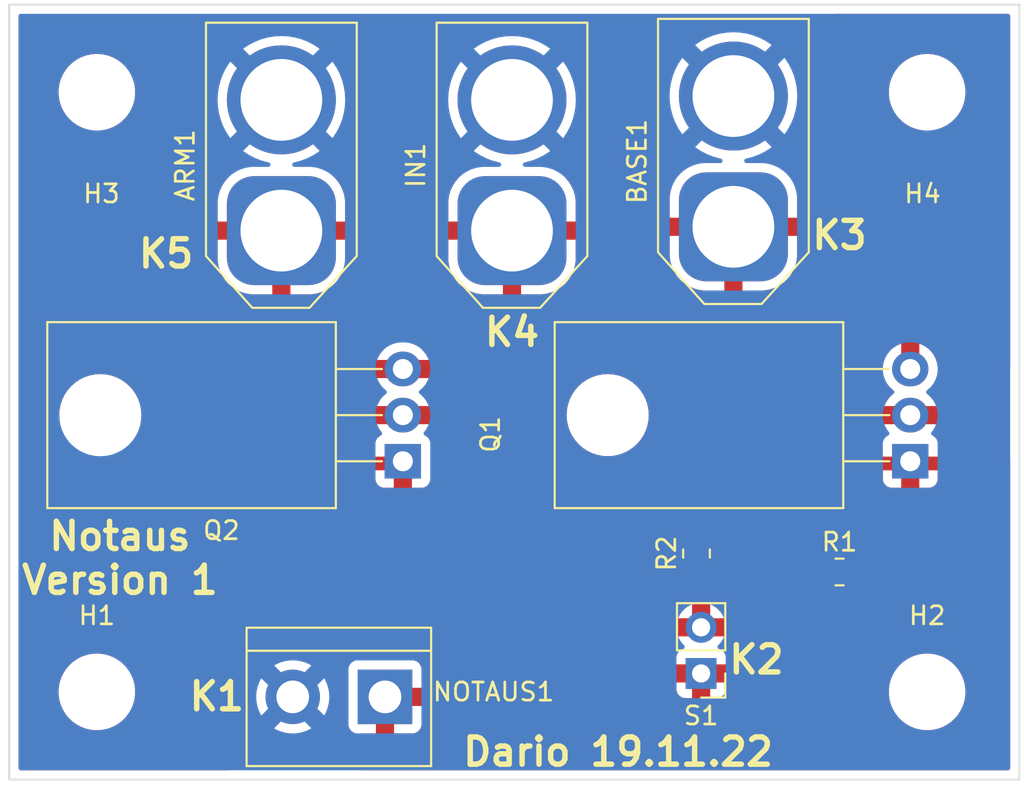
<source format=kicad_pcb>
(kicad_pcb (version 20211014) (generator pcbnew)
  (layers (0 "F.Cu" signal) (31 "B.Cu" signal) (34 "B.Paste" user) (35 "F.Paste" user) (36 "B.SilkS" user "B.Silkscreen") (37 "F.SilkS" user "F.Silkscreen") (38 "B.Mask" user) (39 "F.Mask" user) (44 "Edge.Cuts" user))
  (net 0 "")
  (net 1 "Net-(ARM1-Pad1)")
  (net 2 "GND")
  (net 3 "Net-(BASE1-Pad1)")
  (net 4 "Net-(IN1-Pad1)")
  (net 5 "Net-(NOTAUS1-Pad1)")
  (net 6 "Net-(Q2-Pad1)")
  (footprint "Package_TO_SOT_THT:TO-220-3_Horizontal_TabDown" (layer "F.Cu") (at 184.49 50.8 90)
    (fp_text reference "Q1" (at 1.48 -23.12 90) (layer "F.SilkS"))
    (fp_text value "Q_PMOS_GDS")
    (fp_line (start -2.58 -19.58) (end 7.66 -19.58) (layer "F.SilkS") (width 0.12))
    (fp_line (start 7.66 -19.58) (end 7.66 -3.69) (layer "F.SilkS") (width 0.12))
    (fp_line (start -2.58 -3.69) (end 7.66 -3.69) (layer "F.SilkS") (width 0.12))
    (fp_line (start 0 -3.69) (end 0 -1.15) (layer "F.SilkS") (width 0.12))
    (fp_line (start -2.58 -19.58) (end -2.58 -3.69) (layer "F.SilkS") (width 0.12))
    (fp_line (start 2.54 -3.69) (end 2.54 -1.15) (layer "F.SilkS") (width 0.12))
    (fp_line (start 5.08 -3.69) (end 5.08 -1.15) (layer "F.SilkS") (width 0.12))
    (pad "" np_thru_hole oval (at 2.54 -16.66 90) (size 3.5 3.5) (drill 3.5) (layers *.Cu *.Mask))
    (pad "1" thru_hole rect (at 0 0 90) (size 1.905 2) (drill 1.1) (layers *.Cu *.Mask) (net 5 "Net-(NOTAUS1-Pad1)"))
    (pad "2" thru_hole oval (at 2.54 0 90) (size 1.905 2) (drill 1.1) (layers *.Cu *.Mask) (net 4 "Net-(IN1-Pad1)"))
    (pad "3" thru_hole oval (at 5.08 0 90) (size 1.905 2) (drill 1.1) (layers *.Cu *.Mask) (net 3 "Net-(BASE1-Pad1)"))
  )
  (footprint "Connector_AMASS:AMASS_XT60-F_1x02_P7.20mm_Vertical" (layer "F.Cu") (at 174.752 37.89 90)
    (fp_text reference "BASE1" (at 3.6 -5.3 90) (layer "F.SilkS"))
    (fp_text value "Conn_01x02_Female")
    (fp_line (start -1.4 4.15) (end 11.45 4.15) (layer "F.SilkS") (width 0.12))
    (fp_line (start -1.4 -4.15) (end -4.25 -1.6) (layer "F.SilkS") (width 0.12))
    (fp_line (start -4.25 -1.6) (end -4.25 1.55) (layer "F.SilkS") (width 0.12))
    (fp_line (start 11.45 -4.15) (end -1.4 -4.15) (layer "F.SilkS") (width 0.12))
    (fp_line (start -4.25 1.55) (end -1.4 4.15) (layer "F.SilkS") (width 0.12))
    (fp_line (start 11.45 4.15) (end 11.45 -4.15) (layer "F.SilkS") (width 0.12))
    (pad "1" thru_hole roundrect (at 0 0 90) (size 6 6) (drill 4.5) (layers *.Cu *.Mask) (net 3 "Net-(BASE1-Pad1)"))
    (pad "2" thru_hole circle (at 7.2 0 90) (size 6 6) (drill 4.5) (layers *.Cu *.Mask) (net 2 "GND"))
  )
  (footprint "Connector_AMASS:AMASS_XT60-M_1x02_P7.20mm_Vertical" (layer "F.Cu") (at 162.56 38.1 90)
    (fp_text reference "IN1" (at 3.6 -5.3 90) (layer "F.SilkS"))
    (fp_text value "Conn_01x02_Female")
    (fp_line (start -4.25 -1.6) (end -4.25 1.55) (layer "F.SilkS") (width 0.12))
    (fp_line (start -4.25 1.55) (end -1.4 4.15) (layer "F.SilkS") (width 0.12))
    (fp_line (start 11.45 -4.15) (end -1.4 -4.15) (layer "F.SilkS") (width 0.12))
    (fp_line (start 11.45 4.15) (end 11.45 -4.15) (layer "F.SilkS") (width 0.12))
    (fp_line (start -1.4 -4.15) (end -4.25 -1.6) (layer "F.SilkS") (width 0.12))
    (fp_line (start -1.4 4.15) (end 11.45 4.15) (layer "F.SilkS") (width 0.12))
    (pad "1" thru_hole roundrect (at 0 0 90) (size 6 6) (drill 4.5) (layers *.Cu *.Mask) (net 4 "Net-(IN1-Pad1)"))
    (pad "2" thru_hole circle (at 7.2 0 90) (size 6 6) (drill 4.5) (layers *.Cu *.Mask) (net 2 "GND"))
  )
  (footprint "Resistor_SMD:R_0805_2012Metric_Pad1.20x1.40mm_HandSolder" (layer "F.Cu") (at 172.72 55.88 90)
    (fp_text reference "R2" (at 0 -1.65 90) (layer "F.SilkS"))
    (fp_text value "4k7")
    (fp_line (start -0.227064 -0.735) (end 0.227064 -0.735) (layer "F.SilkS") (width 0.12))
    (fp_line (start -0.227064 0.735) (end 0.227064 0.735) (layer "F.SilkS") (width 0.12))
    (pad "1" smd roundrect (at -1 0 90) (size 1.2 1.4) (layers "F.Cu" "F.Paste" "F.Mask") (roundrect_rratio 0.2083333333) (net 6 "Net-(Q2-Pad1)"))
    (pad "2" smd roundrect (at 1 0 90) (size 1.2 1.4) (layers "F.Cu" "F.Paste" "F.Mask") (roundrect_rratio 0.2083333333) (net 4 "Net-(IN1-Pad1)"))
  )
  (footprint "MountingHole:MountingHole_3.2mm_M3" (layer "F.Cu") (at 185.42 30.48)
    (fp_text reference "H4" (at -0.254 5.588) (layer "F.SilkS"))
    (fp_text value "MountingHole")
    (pad "" np_thru_hole circle (at 0 0) (size 3.2 3.2) (drill 3.2) (layers *.Cu *.Mask))
  )
  (footprint "Package_TO_SOT_THT:TO-220-3_Horizontal_TabDown" (layer "F.Cu") (at 156.55 50.8 90)
    (fp_text reference "Q2" (at -3.81 -9.992 180) (layer "F.SilkS"))
    (fp_text value "Q_PMOS_GDS")
    (fp_line (start 5.08 -3.69) (end 5.08 -1.15) (layer "F.SilkS") (width 0.12))
    (fp_line (start 2.54 -3.69) (end 2.54 -1.15) (layer "F.SilkS") (width 0.12))
    (fp_line (start -2.58 -19.58) (end -2.58 -3.69) (layer "F.SilkS") (width 0.12))
    (fp_line (start 7.66 -19.58) (end 7.66 -3.69) (layer "F.SilkS") (width 0.12))
    (fp_line (start 0 -3.69) (end 0 -1.15) (layer "F.SilkS") (width 0.12))
    (fp_line (start -2.58 -19.58) (end 7.66 -19.58) (layer "F.SilkS") (width 0.12))
    (fp_line (start -2.58 -3.69) (end 7.66 -3.69) (layer "F.SilkS") (width 0.12))
    (pad "" np_thru_hole oval (at 2.54 -16.66 90) (size 3.5 3.5) (drill 3.5) (layers *.Cu *.Mask))
    (pad "1" thru_hole rect (at 0 0 90) (size 1.905 2) (drill 1.1) (layers *.Cu *.Mask) (net 6 "Net-(Q2-Pad1)"))
    (pad "2" thru_hole oval (at 2.54 0 90) (size 1.905 2) (drill 1.1) (layers *.Cu *.Mask) (net 4 "Net-(IN1-Pad1)"))
    (pad "3" thru_hole oval (at 5.08 0 90) (size 1.905 2) (drill 1.1) (layers *.Cu *.Mask) (net 1 "Net-(ARM1-Pad1)"))
  )
  (footprint "MountingHole:MountingHole_3.2mm_M3" (layer "F.Cu") (at 139.7 30.48)
    (fp_text reference "H3" (at 0.254 5.588) (layer "F.SilkS"))
    (fp_text value "MountingHole")
    (pad "" np_thru_hole circle (at 0 0) (size 3.2 3.2) (drill 3.2) (layers *.Cu *.Mask))
  )
  (footprint "ROBOTTO:TerminalBlock_bornier-2_P5.08mm" (layer "F.Cu") (at 155.566324 63.775251 180)
    (fp_text reference "NOTAUS1" (at -5.977676 0.275251) (layer "F.SilkS"))
    (fp_text value "Conn_01x02_Female")
    (fp_line (start 7.62 3.81) (end 7.62 -3.81) (layer "F.SilkS") (width 0.12))
    (fp_line (start 7.62 2.54) (end -2.54 2.54) (layer "F.SilkS") (width 0.12))
    (fp_line (start -2.54 3.81) (end 7.62 3.81) (layer "F.SilkS") (width 0.12))
    (fp_line (start -2.54 -3.81) (end -2.54 3.81) (layer "F.SilkS") (width 0.12))
    (fp_line (start 7.62 -3.81) (end -2.54 -3.81) (layer "F.SilkS") (width 0.12))
    (pad "1" thru_hole rect (at 0 0 180) (size 3 3) (drill 1.8) (layers *.Cu *.Mask) (net 5 "Net-(NOTAUS1-Pad1)"))
    (pad "2" thru_hole circle (at 5.08 0 180) (size 3 3) (drill 1.8) (layers *.Cu *.Mask) (net 2 "GND"))
  )
  (footprint "MountingHole:MountingHole_3.2mm_M3" (layer "F.Cu") (at 185.42 63.5)
    (fp_text reference "H2" (at 0 -4.2) (layer "F.SilkS"))
    (fp_text value "MountingHole")
    (pad "" np_thru_hole circle (at 0 0) (size 3.2 3.2) (drill 3.2) (layers *.Cu *.Mask))
  )
  (footprint "Connector_PinHeader_2.54mm:PinHeader_1x02_P2.54mm_Vertical" (layer "F.Cu") (at 172.974 62.484 180)
    (fp_text reference "S1" (at 0 -2.33) (layer "F.SilkS"))
    (fp_text value "SW_DIP_x01")
    (fp_line (start -1.33 -1.33) (end 0 -1.33) (layer "F.SilkS") (width 0.12))
    (fp_line (start -1.33 1.27) (end 1.33 1.27) (layer "F.SilkS") (width 0.12))
    (fp_line (start -1.33 0) (end -1.33 -1.33) (layer "F.SilkS") (width 0.12))
    (fp_line (start -1.33 3.87) (end 1.33 3.87) (layer "F.SilkS") (width 0.12))
    (fp_line (start 1.33 1.27) (end 1.33 3.87) (layer "F.SilkS") (width 0.12))
    (fp_line (start -1.33 1.27) (end -1.33 3.87) (layer "F.SilkS") (width 0.12))
    (pad "1" thru_hole rect (at 0 0 180) (size 1.7 1.7) (drill 1) (layers *.Cu *.Mask) (net 5 "Net-(NOTAUS1-Pad1)"))
    (pad "2" thru_hole oval (at 0 2.54 180) (size 1.7 1.7) (drill 1) (layers *.Cu *.Mask) (net 6 "Net-(Q2-Pad1)"))
  )
  (footprint "Resistor_SMD:R_0805_2012Metric_Pad1.20x1.40mm_HandSolder" (layer "F.Cu") (at 180.594 56.896)
    (fp_text reference "R1" (at 0 -1.65) (layer "F.SilkS"))
    (fp_text value "4k7")
    (fp_line (start -0.227064 0.735) (end 0.227064 0.735) (layer "F.SilkS") (width 0.12))
    (fp_line (start -0.227064 -0.735) (end 0.227064 -0.735) (layer "F.SilkS") (width 0.12))
    (pad "1" smd roundrect (at -1 0) (size 1.2 1.4) (layers "F.Cu" "F.Paste" "F.Mask") (roundrect_rratio 0.2083333333) (net 4 "Net-(IN1-Pad1)"))
    (pad "2" smd roundrect (at 1 0) (size 1.2 1.4) (layers "F.Cu" "F.Paste" "F.Mask") (roundrect_rratio 0.2083333333) (net 5 "Net-(NOTAUS1-Pad1)"))
  )
  (footprint "MountingHole:MountingHole_3.2mm_M3" (layer "F.Cu") (at 139.7 63.5)
    (fp_text reference "H1" (at 0 -4.2) (layer "F.SilkS"))
    (fp_text value "MountingHole")
    (pad "" np_thru_hole circle (at 0 0) (size 3.2 3.2) (drill 3.2) (layers *.Cu *.Mask))
  )
  (footprint "Connector_AMASS:AMASS_XT60-F_1x02_P7.20mm_Vertical" (layer "F.Cu") (at 149.86 38.1 90)
    (fp_text reference "ARM1" (at 3.6 -5.3 90) (layer "F.SilkS"))
    (fp_text value "Conn_01x02_Female")
    (fp_line (start -1.4 4.15) (end 11.45 4.15) (layer "F.SilkS") (width 0.12))
    (fp_line (start -4.25 -1.6) (end -4.25 1.55) (layer "F.SilkS") (width 0.12))
    (fp_line (start -1.4 -4.15) (end -4.25 -1.6) (layer "F.SilkS") (width 0.12))
    (fp_line (start -4.25 1.55) (end -1.4 4.15) (layer "F.SilkS") (width 0.12))
    (fp_line (start 11.45 -4.15) (end -1.4 -4.15) (layer "F.SilkS") (width 0.12))
    (fp_line (start 11.45 4.15) (end 11.45 -4.15) (layer "F.SilkS") (width 0.12))
    (pad "1" thru_hole roundrect (at 0 0 90) (size 6 6) (drill 4.5) (layers *.Cu *.Mask) (net 1 "Net-(ARM1-Pad1)"))
    (pad "2" thru_hole circle (at 7.2 0 90) (size 6 6) (drill 4.5) (layers *.Cu *.Mask) (net 2 "GND"))
  )
  (gr_rect (start 190.5 25.654) (end 134.874 68.326) (layer "Edge.Cuts") (width 0.1) (fill none))
  (gr_text "Notaus\nVersion 1\n" (at 140.97 56.134) (layer "F.SilkS") (effects (font (size 1.5 1.5) (thickness 0.3))))
  (gr_text "K4" (at 162.56 43.688) (layer "F.SilkS") (effects (font (size 1.5 1.5) (thickness 0.3))))
  (gr_text "Dario 19.11.22" (at 168.402 66.802) (layer "F.SilkS") (effects (font (size 1.5 1.5) (thickness 0.3))))
  (gr_text "K5" (at 143.51 39.37) (layer "F.SilkS") (effects (font (size 1.5 1.5) (thickness 0.3))))
  (gr_text "K2" (at 176.022 61.722) (layer "F.SilkS") (effects (font (size 1.5 1.5) (thickness 0.3))))
  (gr_text "K1" (at 146.304 63.754) (layer "F.SilkS") (effects (font (size 1.5 1.5) (thickness 0.3))))
  (gr_text "K3" (at 180.594 38.354) (layer "F.SilkS") (effects (font (size 1.5 1.5) (thickness 0.3))))
  (zone (net 1) (net_name "Net-(ARM1-Pad1)") (layer "F.Cu") (connect_pads (clearance 0.508)) (min_thickness 0.254) (fill yes (thermal_gap 0.508) (thermal_bridge_width 1))
    (polygon (pts (xy 144.526 26.67) (xy 144.78 35.052) (xy 154.686 34.798) (xy 154.94 44.45) (xy 159.004 44.45) (xy 159.004 46.736) (xy 154.178 46.736) (xy 154.178 49.022) (xy 135.636 48.768) (xy 135.382 26.162)))
  )
  (zone (net 4) (net_name "Net-(IN1-Pad1)") (layer "F.Cu") (connect_pads (clearance 0.508)) (min_thickness 0.254) (fill yes (thermal_gap 0.508) (thermal_bridge_width 1))
    (polygon (pts (xy 169.672 46.736) (xy 189.484 46.736) (xy 189.738 49.022) (xy 180.34 49.022) (xy 180.34 60.706) (xy 177.038 60.706) (xy 177.038 55.372) (xy 160.274 55.372) (xy 160.274 49.53) (xy 154.686 49.53) (xy 154.686 47.244) (xy 160.528 47.244) (xy 160.528 43.18) (xy 155.702 43.18) (xy 155.448 35.052) (xy 169.164 35.052)))
  )
  (zone (net 5) (net_name "Net-(NOTAUS1-Pad1)") (layer "F.Cu") (connect_pads (clearance 0.508)) (min_thickness 0.254) (fill yes (thermal_gap 0.508) (thermal_bridge_width 1))
    (polygon (pts (xy 190.754 68.834) (xy 154.178 69.342) (xy 154.178 61.722) (xy 181.102 61.722) (xy 181.102 50.546) (xy 190.5 50.546) (xy 190.754 49.276)))
  )
  (zone (net 3) (net_name "Net-(BASE1-Pad1)") (layer "F.Cu") (connect_pads (clearance 0.508)) (min_thickness 0.254) (fill yes (thermal_gap 0.508) (thermal_bridge_width 1))
    (polygon (pts (xy 190.5 45.72) (xy 170.18 45.72) (xy 170.18 35.56) (xy 180.34 35.56) (xy 180.34 25.4) (xy 190.5 25.4)))
  )
  (zone (net 6) (net_name "Net-(Q2-Pad1)") (layer "F.Cu") (connect_pads (clearance 0.508)) (min_thickness 0.254) (fill yes (thermal_gap 0.508) (thermal_bridge_width 1))
    (polygon (pts (xy 157.48 56.642) (xy 175.768 56.896) (xy 175.768 60.452) (xy 159.766 60.452) (xy 159.766 58.928) (xy 147.066 58.928) (xy 147.066 68.834) (xy 135.128 68.326) (xy 135.382 50.546) (xy 157.988 50.546)))
  )
  (zone (net 2) (net_name "GND") (layer "B.Cu") (connect_pads (clearance 0.508)) (min_thickness 0.254) (fill yes (thermal_gap 0.508) (thermal_bridge_width 1))
    (polygon (pts (xy 190.754 25.654) (xy 190.754 68.834) (xy 134.62 68.834) (xy 134.366 25.4)))
  )
)
</source>
